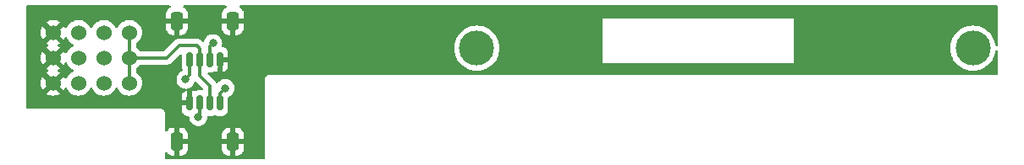
<source format=gbr>
%TF.GenerationSoftware,KiCad,Pcbnew,(6.0.8-1)-1*%
%TF.CreationDate,2023-12-09T20:57:06-06:00*%
%TF.ProjectId,RIO to STEMMA Dual,52494f20-746f-4205-9354-454d4d412044,rev?*%
%TF.SameCoordinates,Original*%
%TF.FileFunction,Copper,L1,Top*%
%TF.FilePolarity,Positive*%
%FSLAX46Y46*%
G04 Gerber Fmt 4.6, Leading zero omitted, Abs format (unit mm)*
G04 Created by KiCad (PCBNEW (6.0.8-1)-1) date 2023-12-09 20:57:06*
%MOMM*%
%LPD*%
G01*
G04 APERTURE LIST*
G04 Aperture macros list*
%AMRoundRect*
0 Rectangle with rounded corners*
0 $1 Rounding radius*
0 $2 $3 $4 $5 $6 $7 $8 $9 X,Y pos of 4 corners*
0 Add a 4 corners polygon primitive as box body*
4,1,4,$2,$3,$4,$5,$6,$7,$8,$9,$2,$3,0*
0 Add four circle primitives for the rounded corners*
1,1,$1+$1,$2,$3*
1,1,$1+$1,$4,$5*
1,1,$1+$1,$6,$7*
1,1,$1+$1,$8,$9*
0 Add four rect primitives between the rounded corners*
20,1,$1+$1,$2,$3,$4,$5,0*
20,1,$1+$1,$4,$5,$6,$7,0*
20,1,$1+$1,$6,$7,$8,$9,0*
20,1,$1+$1,$8,$9,$2,$3,0*%
G04 Aperture macros list end*
%TA.AperFunction,ComponentPad*%
%ADD10C,3.500000*%
%TD*%
%TA.AperFunction,SMDPad,CuDef*%
%ADD11RoundRect,0.150000X-0.150000X-0.625000X0.150000X-0.625000X0.150000X0.625000X-0.150000X0.625000X0*%
%TD*%
%TA.AperFunction,SMDPad,CuDef*%
%ADD12RoundRect,0.250000X-0.350000X-0.650000X0.350000X-0.650000X0.350000X0.650000X-0.350000X0.650000X0*%
%TD*%
%TA.AperFunction,SMDPad,CuDef*%
%ADD13RoundRect,0.150000X0.150000X0.625000X-0.150000X0.625000X-0.150000X-0.625000X0.150000X-0.625000X0*%
%TD*%
%TA.AperFunction,SMDPad,CuDef*%
%ADD14RoundRect,0.250000X0.350000X0.650000X-0.350000X0.650000X-0.350000X-0.650000X0.350000X-0.650000X0*%
%TD*%
%TA.AperFunction,ComponentPad*%
%ADD15C,1.524000*%
%TD*%
%TA.AperFunction,ViaPad*%
%ADD16C,0.800000*%
%TD*%
%TA.AperFunction,Conductor*%
%ADD17C,0.350000*%
%TD*%
G04 APERTURE END LIST*
D10*
%TO.P,H2,1*%
%TO.N,N/C*%
X165481500Y-55109990D03*
%TD*%
D11*
%TO.P,X2,1,GND*%
%TO.N,GND*%
X87146000Y-60636400D03*
%TO.P,X2,2,V+*%
%TO.N,+3V3*%
X88146000Y-60636400D03*
%TO.P,X2,3,SDA*%
%TO.N,/SDA*%
X89146000Y-60636400D03*
%TO.P,X2,4,SCL*%
%TO.N,/SCL*%
X90146000Y-60636400D03*
D12*
%TO.P,X2,MP,MP*%
%TO.N,GND*%
X91446000Y-64511400D03*
X85846000Y-64511400D03*
%TD*%
D13*
%TO.P,X3,1,GND*%
%TO.N,GND*%
X90146000Y-56254400D03*
%TO.P,X3,2,V+*%
%TO.N,+3V3*%
X89146000Y-56254400D03*
%TO.P,X3,3,SDA*%
%TO.N,/SDA*%
X88146000Y-56254400D03*
%TO.P,X3,4,SCL*%
%TO.N,/SCL*%
X87146000Y-56254400D03*
D14*
%TO.P,X3,MP,MP*%
%TO.N,GND*%
X91446000Y-52379400D03*
X85846000Y-52379400D03*
%TD*%
D10*
%TO.P,H1,1*%
%TO.N,N/C*%
X115851500Y-55109990D03*
%TD*%
D15*
%TO.P,X1,1,GND*%
%TO.N,GND*%
X73456800Y-56083200D03*
%TO.P,X1,2,3V3*%
%TO.N,+3V3*%
X75996800Y-56083200D03*
%TO.P,X1,3,SCL*%
%TO.N,/SCL*%
X78536800Y-56083200D03*
%TO.P,X1,4,SDA*%
%TO.N,/SDA*%
X81076800Y-56083200D03*
%TO.P,X1,5,GND*%
%TO.N,GND*%
X73456800Y-58623200D03*
%TO.P,X1,6,GND*%
X73456800Y-53543200D03*
%TO.P,X1,7,3V3*%
%TO.N,+3V3*%
X75996800Y-58623200D03*
%TO.P,X1,8,3V3*%
X75996800Y-53543200D03*
%TO.P,X1,9,SCL*%
%TO.N,/SCL*%
X78536800Y-58623200D03*
%TO.P,X1,10,SCL*%
X78536800Y-53543200D03*
%TO.P,X1,11,SDA*%
%TO.N,/SDA*%
X81076800Y-58623200D03*
%TO.P,X1,12,SDA*%
X81076800Y-53543200D03*
%TD*%
D16*
%TO.N,+3V3*%
X87985600Y-62026800D03*
X89458800Y-54610000D03*
%TO.N,/SCL*%
X90678000Y-59131200D03*
X86715600Y-58267600D03*
%TD*%
D17*
%TO.N,+3V3*%
X88146000Y-61866400D02*
X87985600Y-62026800D01*
X89146000Y-54922800D02*
X89458800Y-54610000D01*
X89146000Y-56254400D02*
X89146000Y-54922800D01*
X88146000Y-60636400D02*
X88146000Y-61866400D01*
%TO.N,/SCL*%
X90146000Y-60636400D02*
X90146000Y-59663200D01*
X87146000Y-56254400D02*
X87146000Y-57837200D01*
X87146000Y-57837200D02*
X86715600Y-58267600D01*
X90146000Y-59663200D02*
X90678000Y-59131200D01*
%TO.N,/SDA*%
X89154000Y-60628400D02*
X89146000Y-60636400D01*
X87833200Y-54864000D02*
X88146000Y-55176800D01*
X81076800Y-56083200D02*
X84836000Y-56083200D01*
X88146000Y-55176800D02*
X88146000Y-56254400D01*
X88146000Y-56254400D02*
X88146000Y-57920000D01*
X84836000Y-56083200D02*
X86055200Y-54864000D01*
X89154000Y-58928000D02*
X89154000Y-60628400D01*
X81076800Y-53543200D02*
X81076800Y-58623200D01*
X88146000Y-57920000D02*
X89154000Y-58928000D01*
X86055200Y-54864000D02*
X87833200Y-54864000D01*
%TD*%
%TA.AperFunction,Conductor*%
%TO.N,GND*%
G36*
X85165460Y-50830502D02*
G01*
X85211953Y-50884158D01*
X85222057Y-50954432D01*
X85192563Y-51019012D01*
X85163642Y-51043644D01*
X85028193Y-51127463D01*
X85016792Y-51136499D01*
X84902261Y-51251229D01*
X84893249Y-51262640D01*
X84808184Y-51400643D01*
X84802037Y-51413824D01*
X84750862Y-51568110D01*
X84747995Y-51581486D01*
X84738328Y-51675838D01*
X84738000Y-51682255D01*
X84738000Y-52107285D01*
X84742475Y-52122524D01*
X84743865Y-52123729D01*
X84751548Y-52125400D01*
X86935884Y-52125400D01*
X86951123Y-52120925D01*
X86952328Y-52119535D01*
X86953999Y-52111852D01*
X86953999Y-51682305D01*
X86953662Y-51675786D01*
X86943743Y-51580194D01*
X86940851Y-51566800D01*
X86889412Y-51412616D01*
X86883239Y-51399438D01*
X86797937Y-51261593D01*
X86788901Y-51250192D01*
X86674171Y-51135661D01*
X86662760Y-51126649D01*
X86528288Y-51043760D01*
X86480795Y-50990988D01*
X86469371Y-50920917D01*
X86497645Y-50855793D01*
X86556639Y-50816293D01*
X86594404Y-50810500D01*
X90697339Y-50810500D01*
X90765460Y-50830502D01*
X90811953Y-50884158D01*
X90822057Y-50954432D01*
X90792563Y-51019012D01*
X90763642Y-51043644D01*
X90628193Y-51127463D01*
X90616792Y-51136499D01*
X90502261Y-51251229D01*
X90493249Y-51262640D01*
X90408184Y-51400643D01*
X90402037Y-51413824D01*
X90350862Y-51568110D01*
X90347995Y-51581486D01*
X90338328Y-51675838D01*
X90338000Y-51682255D01*
X90338000Y-52107285D01*
X90342475Y-52122524D01*
X90343865Y-52123729D01*
X90351548Y-52125400D01*
X92535884Y-52125400D01*
X92551123Y-52120925D01*
X92552328Y-52119535D01*
X92553999Y-52111852D01*
X92553999Y-51682305D01*
X92553662Y-51675786D01*
X92543743Y-51580194D01*
X92540851Y-51566800D01*
X92489412Y-51412616D01*
X92483239Y-51399438D01*
X92397937Y-51261593D01*
X92388901Y-51250192D01*
X92274171Y-51135661D01*
X92262760Y-51126649D01*
X92128288Y-51043760D01*
X92080795Y-50990988D01*
X92069371Y-50920917D01*
X92097645Y-50855793D01*
X92156639Y-50816293D01*
X92194404Y-50810500D01*
X167847000Y-50810500D01*
X167915121Y-50830502D01*
X167961614Y-50884158D01*
X167973000Y-50936500D01*
X167973000Y-54779616D01*
X167952998Y-54847737D01*
X167899342Y-54894230D01*
X167829068Y-54904334D01*
X167764488Y-54874840D01*
X167726104Y-54815114D01*
X167723421Y-54804198D01*
X167722423Y-54799178D01*
X167692752Y-54650014D01*
X167668530Y-54528243D01*
X167668528Y-54528237D01*
X167667724Y-54524193D01*
X167624717Y-54397496D01*
X167573885Y-54247751D01*
X167573884Y-54247750D01*
X167572559Y-54243845D01*
X167441615Y-53978317D01*
X167394369Y-53907608D01*
X167279426Y-53735583D01*
X167279422Y-53735578D01*
X167277133Y-53732152D01*
X167274419Y-53729058D01*
X167274415Y-53729052D01*
X167084636Y-53512652D01*
X167081927Y-53509563D01*
X167050512Y-53482013D01*
X166862438Y-53317075D01*
X166862432Y-53317071D01*
X166859338Y-53314357D01*
X166855912Y-53312068D01*
X166855907Y-53312064D01*
X166616606Y-53152169D01*
X166613173Y-53149875D01*
X166609474Y-53148051D01*
X166609469Y-53148048D01*
X166446695Y-53067777D01*
X166347645Y-53018931D01*
X166337753Y-53015573D01*
X166071210Y-52925094D01*
X166071206Y-52925093D01*
X166067297Y-52923766D01*
X166063253Y-52922962D01*
X166063247Y-52922960D01*
X165780965Y-52866810D01*
X165780959Y-52866809D01*
X165776926Y-52866007D01*
X165772821Y-52865738D01*
X165772814Y-52865737D01*
X165485619Y-52846914D01*
X165481500Y-52846644D01*
X165477381Y-52846914D01*
X165190186Y-52865737D01*
X165190179Y-52865738D01*
X165186074Y-52866007D01*
X165182041Y-52866809D01*
X165182035Y-52866810D01*
X164899753Y-52922960D01*
X164899747Y-52922962D01*
X164895703Y-52923766D01*
X164891794Y-52925093D01*
X164891790Y-52925094D01*
X164625247Y-53015573D01*
X164615355Y-53018931D01*
X164516305Y-53067777D01*
X164353531Y-53148048D01*
X164353526Y-53148051D01*
X164349827Y-53149875D01*
X164346394Y-53152169D01*
X164107093Y-53312064D01*
X164107088Y-53312068D01*
X164103662Y-53314357D01*
X164100568Y-53317071D01*
X164100562Y-53317075D01*
X163912488Y-53482013D01*
X163881073Y-53509563D01*
X163878364Y-53512652D01*
X163688585Y-53729052D01*
X163688581Y-53729058D01*
X163685867Y-53732152D01*
X163683578Y-53735578D01*
X163683574Y-53735583D01*
X163568631Y-53907608D01*
X163521385Y-53978317D01*
X163390441Y-54243845D01*
X163389116Y-54247750D01*
X163389115Y-54247751D01*
X163338284Y-54397496D01*
X163295276Y-54524193D01*
X163294472Y-54528237D01*
X163294470Y-54528243D01*
X163241734Y-54793365D01*
X163237517Y-54814564D01*
X163237248Y-54818669D01*
X163237247Y-54818676D01*
X163219508Y-55089330D01*
X163218154Y-55109990D01*
X163218424Y-55114109D01*
X163237049Y-55398274D01*
X163237517Y-55405416D01*
X163238319Y-55409449D01*
X163238320Y-55409455D01*
X163294470Y-55691737D01*
X163295276Y-55695787D01*
X163296603Y-55699696D01*
X163296604Y-55699700D01*
X163351608Y-55861737D01*
X163390441Y-55976135D01*
X163442681Y-56082068D01*
X163464544Y-56126400D01*
X163521385Y-56241663D01*
X163523679Y-56245096D01*
X163661921Y-56451990D01*
X163685867Y-56487828D01*
X163688581Y-56490922D01*
X163688585Y-56490928D01*
X163816142Y-56636378D01*
X163881073Y-56710417D01*
X163884162Y-56713126D01*
X164100562Y-56902905D01*
X164100568Y-56902909D01*
X164103662Y-56905623D01*
X164107088Y-56907912D01*
X164107093Y-56907916D01*
X164228946Y-56989335D01*
X164349827Y-57070105D01*
X164353526Y-57071929D01*
X164353531Y-57071932D01*
X164471694Y-57130203D01*
X164615355Y-57201049D01*
X164619260Y-57202374D01*
X164619261Y-57202375D01*
X164891790Y-57294886D01*
X164891794Y-57294887D01*
X164895703Y-57296214D01*
X164899747Y-57297018D01*
X164899753Y-57297020D01*
X165182035Y-57353170D01*
X165182041Y-57353171D01*
X165186074Y-57353973D01*
X165190179Y-57354242D01*
X165190186Y-57354243D01*
X165477381Y-57373066D01*
X165481500Y-57373336D01*
X165485619Y-57373066D01*
X165772814Y-57354243D01*
X165772821Y-57354242D01*
X165776926Y-57353973D01*
X165780959Y-57353171D01*
X165780965Y-57353170D01*
X166063247Y-57297020D01*
X166063253Y-57297018D01*
X166067297Y-57296214D01*
X166071206Y-57294887D01*
X166071210Y-57294886D01*
X166343739Y-57202375D01*
X166343740Y-57202374D01*
X166347645Y-57201049D01*
X166491306Y-57130203D01*
X166609469Y-57071932D01*
X166609474Y-57071929D01*
X166613173Y-57070105D01*
X166734054Y-56989335D01*
X166855907Y-56907916D01*
X166855912Y-56907912D01*
X166859338Y-56905623D01*
X166862432Y-56902909D01*
X166862438Y-56902905D01*
X167078838Y-56713126D01*
X167081927Y-56710417D01*
X167146858Y-56636378D01*
X167274415Y-56490928D01*
X167274419Y-56490922D01*
X167277133Y-56487828D01*
X167301080Y-56451990D01*
X167439321Y-56245096D01*
X167441615Y-56241663D01*
X167498457Y-56126400D01*
X167520319Y-56082068D01*
X167572559Y-55976135D01*
X167611392Y-55861737D01*
X167666396Y-55699700D01*
X167666397Y-55699696D01*
X167667724Y-55695787D01*
X167676338Y-55652485D01*
X167723421Y-55415782D01*
X167756329Y-55352873D01*
X167818024Y-55317741D01*
X167888919Y-55321541D01*
X167946505Y-55363067D01*
X167972499Y-55429134D01*
X167973000Y-55440364D01*
X167973000Y-57667500D01*
X167952998Y-57735621D01*
X167899342Y-57782114D01*
X167847000Y-57793500D01*
X95157023Y-57793500D01*
X95156253Y-57793498D01*
X95155437Y-57793493D01*
X95078679Y-57793024D01*
X95056318Y-57799415D01*
X95050247Y-57801150D01*
X95033485Y-57804728D01*
X95004213Y-57808920D01*
X94996045Y-57812634D01*
X94996044Y-57812634D01*
X94980838Y-57819548D01*
X94963314Y-57825996D01*
X94938629Y-57833051D01*
X94931035Y-57837843D01*
X94931032Y-57837844D01*
X94913620Y-57848830D01*
X94898537Y-57856969D01*
X94871618Y-57869208D01*
X94864816Y-57875069D01*
X94852165Y-57885970D01*
X94837161Y-57897073D01*
X94815442Y-57910776D01*
X94809503Y-57917501D01*
X94809499Y-57917504D01*
X94795868Y-57932938D01*
X94783676Y-57944982D01*
X94768073Y-57958427D01*
X94768071Y-57958430D01*
X94761273Y-57964287D01*
X94756393Y-57971816D01*
X94756392Y-57971817D01*
X94747306Y-57985835D01*
X94736015Y-58000709D01*
X94724969Y-58013217D01*
X94719022Y-58019951D01*
X94706458Y-58046711D01*
X94698137Y-58061691D01*
X94686929Y-58078983D01*
X94686927Y-58078988D01*
X94682048Y-58086515D01*
X94679478Y-58095108D01*
X94679476Y-58095113D01*
X94674689Y-58111120D01*
X94668028Y-58128564D01*
X94657119Y-58151800D01*
X94655738Y-58160667D01*
X94655738Y-58160668D01*
X94652570Y-58181015D01*
X94648787Y-58197732D01*
X94642885Y-58217466D01*
X94642884Y-58217472D01*
X94640314Y-58226066D01*
X94640259Y-58235037D01*
X94640259Y-58235038D01*
X94640104Y-58260497D01*
X94640071Y-58261289D01*
X94639900Y-58262386D01*
X94639900Y-58293377D01*
X94639898Y-58294147D01*
X94639424Y-58371721D01*
X94639808Y-58373065D01*
X94639900Y-58374410D01*
X94639900Y-66167500D01*
X94619898Y-66235621D01*
X94566242Y-66282114D01*
X94513900Y-66293500D01*
X84759300Y-66293500D01*
X84691179Y-66273498D01*
X84644686Y-66219842D01*
X84633300Y-66167500D01*
X84633300Y-65650879D01*
X84653302Y-65582758D01*
X84706958Y-65536265D01*
X84777232Y-65526161D01*
X84841812Y-65555655D01*
X84866444Y-65584575D01*
X84894066Y-65629210D01*
X84903099Y-65640608D01*
X85017829Y-65755139D01*
X85029240Y-65764151D01*
X85167243Y-65849216D01*
X85180424Y-65855363D01*
X85334710Y-65906538D01*
X85348086Y-65909405D01*
X85442438Y-65919072D01*
X85448854Y-65919400D01*
X85573885Y-65919400D01*
X85589124Y-65914925D01*
X85590329Y-65913535D01*
X85592000Y-65905852D01*
X85592000Y-65901284D01*
X86100000Y-65901284D01*
X86104475Y-65916523D01*
X86105865Y-65917728D01*
X86113548Y-65919399D01*
X86243095Y-65919399D01*
X86249614Y-65919062D01*
X86345206Y-65909143D01*
X86358600Y-65906251D01*
X86512784Y-65854812D01*
X86525962Y-65848639D01*
X86663807Y-65763337D01*
X86675208Y-65754301D01*
X86789739Y-65639571D01*
X86798751Y-65628160D01*
X86883816Y-65490157D01*
X86889963Y-65476976D01*
X86941138Y-65322690D01*
X86944005Y-65309314D01*
X86953672Y-65214962D01*
X86954000Y-65208546D01*
X86954000Y-65208495D01*
X90338001Y-65208495D01*
X90338338Y-65215014D01*
X90348257Y-65310606D01*
X90351149Y-65324000D01*
X90402588Y-65478184D01*
X90408761Y-65491362D01*
X90494063Y-65629207D01*
X90503099Y-65640608D01*
X90617829Y-65755139D01*
X90629240Y-65764151D01*
X90767243Y-65849216D01*
X90780424Y-65855363D01*
X90934710Y-65906538D01*
X90948086Y-65909405D01*
X91042438Y-65919072D01*
X91048854Y-65919400D01*
X91173885Y-65919400D01*
X91189124Y-65914925D01*
X91190329Y-65913535D01*
X91192000Y-65905852D01*
X91192000Y-65901284D01*
X91700000Y-65901284D01*
X91704475Y-65916523D01*
X91705865Y-65917728D01*
X91713548Y-65919399D01*
X91843095Y-65919399D01*
X91849614Y-65919062D01*
X91945206Y-65909143D01*
X91958600Y-65906251D01*
X92112784Y-65854812D01*
X92125962Y-65848639D01*
X92263807Y-65763337D01*
X92275208Y-65754301D01*
X92389739Y-65639571D01*
X92398751Y-65628160D01*
X92483816Y-65490157D01*
X92489963Y-65476976D01*
X92541138Y-65322690D01*
X92544005Y-65309314D01*
X92553672Y-65214962D01*
X92554000Y-65208546D01*
X92554000Y-64783515D01*
X92549525Y-64768276D01*
X92548135Y-64767071D01*
X92540452Y-64765400D01*
X91718115Y-64765400D01*
X91702876Y-64769875D01*
X91701671Y-64771265D01*
X91700000Y-64778948D01*
X91700000Y-65901284D01*
X91192000Y-65901284D01*
X91192000Y-64783515D01*
X91187525Y-64768276D01*
X91186135Y-64767071D01*
X91178452Y-64765400D01*
X90356116Y-64765400D01*
X90340877Y-64769875D01*
X90339672Y-64771265D01*
X90338001Y-64778948D01*
X90338001Y-65208495D01*
X86954000Y-65208495D01*
X86954000Y-64783515D01*
X86949525Y-64768276D01*
X86948135Y-64767071D01*
X86940452Y-64765400D01*
X86118115Y-64765400D01*
X86102876Y-64769875D01*
X86101671Y-64771265D01*
X86100000Y-64778948D01*
X86100000Y-65901284D01*
X85592000Y-65901284D01*
X85592000Y-64239285D01*
X86100000Y-64239285D01*
X86104475Y-64254524D01*
X86105865Y-64255729D01*
X86113548Y-64257400D01*
X86935884Y-64257400D01*
X86951123Y-64252925D01*
X86952328Y-64251535D01*
X86953999Y-64243852D01*
X86953999Y-64239285D01*
X90338000Y-64239285D01*
X90342475Y-64254524D01*
X90343865Y-64255729D01*
X90351548Y-64257400D01*
X91173885Y-64257400D01*
X91189124Y-64252925D01*
X91190329Y-64251535D01*
X91192000Y-64243852D01*
X91192000Y-64239285D01*
X91700000Y-64239285D01*
X91704475Y-64254524D01*
X91705865Y-64255729D01*
X91713548Y-64257400D01*
X92535884Y-64257400D01*
X92551123Y-64252925D01*
X92552328Y-64251535D01*
X92553999Y-64243852D01*
X92553999Y-63814305D01*
X92553662Y-63807786D01*
X92543743Y-63712194D01*
X92540851Y-63698800D01*
X92489412Y-63544616D01*
X92483239Y-63531438D01*
X92397937Y-63393593D01*
X92388901Y-63382192D01*
X92274171Y-63267661D01*
X92262760Y-63258649D01*
X92124757Y-63173584D01*
X92111576Y-63167437D01*
X91957290Y-63116262D01*
X91943914Y-63113395D01*
X91849562Y-63103728D01*
X91843145Y-63103400D01*
X91718115Y-63103400D01*
X91702876Y-63107875D01*
X91701671Y-63109265D01*
X91700000Y-63116948D01*
X91700000Y-64239285D01*
X91192000Y-64239285D01*
X91192000Y-63121516D01*
X91187525Y-63106277D01*
X91186135Y-63105072D01*
X91178452Y-63103401D01*
X91048905Y-63103401D01*
X91042386Y-63103738D01*
X90946794Y-63113657D01*
X90933400Y-63116549D01*
X90779216Y-63167988D01*
X90766038Y-63174161D01*
X90628193Y-63259463D01*
X90616792Y-63268499D01*
X90502261Y-63383229D01*
X90493249Y-63394640D01*
X90408184Y-63532643D01*
X90402037Y-63545824D01*
X90350862Y-63700110D01*
X90347995Y-63713486D01*
X90338328Y-63807838D01*
X90338000Y-63814255D01*
X90338000Y-64239285D01*
X86953999Y-64239285D01*
X86953999Y-63814305D01*
X86953662Y-63807786D01*
X86943743Y-63712194D01*
X86940851Y-63698800D01*
X86889412Y-63544616D01*
X86883239Y-63531438D01*
X86797937Y-63393593D01*
X86788901Y-63382192D01*
X86674171Y-63267661D01*
X86662760Y-63258649D01*
X86524757Y-63173584D01*
X86511576Y-63167437D01*
X86357290Y-63116262D01*
X86343914Y-63113395D01*
X86249562Y-63103728D01*
X86243145Y-63103400D01*
X86118115Y-63103400D01*
X86102876Y-63107875D01*
X86101671Y-63109265D01*
X86100000Y-63116948D01*
X86100000Y-64239285D01*
X85592000Y-64239285D01*
X85592000Y-63121516D01*
X85587525Y-63106277D01*
X85586135Y-63105072D01*
X85578452Y-63103401D01*
X85448905Y-63103401D01*
X85442386Y-63103738D01*
X85346794Y-63113657D01*
X85333400Y-63116549D01*
X85179216Y-63167988D01*
X85166038Y-63174161D01*
X85028193Y-63259463D01*
X85016792Y-63268499D01*
X84902261Y-63383229D01*
X84893249Y-63394640D01*
X84866560Y-63437938D01*
X84813788Y-63485431D01*
X84743716Y-63496855D01*
X84678593Y-63468581D01*
X84639093Y-63409587D01*
X84633300Y-63371822D01*
X84633300Y-61705223D01*
X84633302Y-61704453D01*
X84633721Y-61635854D01*
X84633776Y-61626879D01*
X84625650Y-61598447D01*
X84622072Y-61581685D01*
X84619152Y-61561298D01*
X84617880Y-61552413D01*
X84607251Y-61529036D01*
X84600804Y-61511513D01*
X84596216Y-61495462D01*
X84593749Y-61486829D01*
X84588956Y-61479232D01*
X84577970Y-61461820D01*
X84569830Y-61446735D01*
X84557592Y-61419818D01*
X84540830Y-61400365D01*
X84529727Y-61385361D01*
X84516024Y-61363642D01*
X84509299Y-61357703D01*
X84509296Y-61357699D01*
X84493862Y-61344068D01*
X84481818Y-61331876D01*
X84468373Y-61316273D01*
X84468370Y-61316271D01*
X84462513Y-61309473D01*
X84440965Y-61295506D01*
X84426091Y-61284215D01*
X84413583Y-61273169D01*
X84413582Y-61273168D01*
X84406849Y-61267222D01*
X84380087Y-61254657D01*
X84365109Y-61246337D01*
X84347817Y-61235129D01*
X84347812Y-61235127D01*
X84340285Y-61230248D01*
X84331692Y-61227678D01*
X84331687Y-61227676D01*
X84315680Y-61222889D01*
X84298236Y-61216228D01*
X84283124Y-61209133D01*
X84283122Y-61209132D01*
X84275000Y-61205319D01*
X84266133Y-61203938D01*
X84266132Y-61203938D01*
X84256490Y-61202437D01*
X84245783Y-61200770D01*
X84229068Y-61196987D01*
X84209334Y-61191085D01*
X84209328Y-61191084D01*
X84200734Y-61188514D01*
X84191763Y-61188459D01*
X84191762Y-61188459D01*
X84181703Y-61188398D01*
X84166294Y-61188304D01*
X84165511Y-61188271D01*
X84164414Y-61188100D01*
X84133423Y-61188100D01*
X84132653Y-61188098D01*
X84059015Y-61187648D01*
X84059014Y-61187648D01*
X84055079Y-61187624D01*
X84053735Y-61188008D01*
X84052390Y-61188100D01*
X70887700Y-61188100D01*
X70819579Y-61168098D01*
X70773086Y-61114442D01*
X70761700Y-61062100D01*
X70761700Y-59681977D01*
X72762577Y-59681977D01*
X72771874Y-59693993D01*
X72814869Y-59724098D01*
X72824355Y-59729576D01*
X73015793Y-59818845D01*
X73026085Y-59822591D01*
X73230109Y-59877259D01*
X73240904Y-59879162D01*
X73451325Y-59897572D01*
X73462275Y-59897572D01*
X73672696Y-59879162D01*
X73683491Y-59877259D01*
X73887515Y-59822591D01*
X73897807Y-59818845D01*
X74089245Y-59729576D01*
X74098731Y-59724098D01*
X74142564Y-59693407D01*
X74150939Y-59682929D01*
X74143871Y-59669481D01*
X73469612Y-58995222D01*
X73455668Y-58987608D01*
X73453835Y-58987739D01*
X73447220Y-58991990D01*
X72769007Y-59670203D01*
X72762577Y-59681977D01*
X70761700Y-59681977D01*
X70761700Y-58628675D01*
X72182428Y-58628675D01*
X72200838Y-58839096D01*
X72202741Y-58849891D01*
X72257409Y-59053915D01*
X72261155Y-59064207D01*
X72350423Y-59255641D01*
X72355903Y-59265132D01*
X72386594Y-59308965D01*
X72397071Y-59317340D01*
X72410518Y-59310272D01*
X73084778Y-58636012D01*
X73091156Y-58624332D01*
X73821208Y-58624332D01*
X73821339Y-58626165D01*
X73825590Y-58632780D01*
X74503803Y-59310993D01*
X74515577Y-59317423D01*
X74527593Y-59308126D01*
X74557697Y-59265132D01*
X74563177Y-59255641D01*
X74612329Y-59150235D01*
X74659247Y-59096950D01*
X74727524Y-59077489D01*
X74795484Y-59098031D01*
X74840719Y-59150235D01*
X74889986Y-59255889D01*
X74889989Y-59255894D01*
X74892312Y-59260876D01*
X74895468Y-59265383D01*
X74895469Y-59265385D01*
X74994132Y-59406290D01*
X75019823Y-59442981D01*
X75177019Y-59600177D01*
X75181527Y-59603334D01*
X75181530Y-59603336D01*
X75257295Y-59656387D01*
X75359123Y-59727688D01*
X75364105Y-59730011D01*
X75364110Y-59730014D01*
X75554610Y-59818845D01*
X75560604Y-59821640D01*
X75565912Y-59823062D01*
X75565914Y-59823063D01*
X75631749Y-59840703D01*
X75775337Y-59879178D01*
X75996800Y-59898553D01*
X76218263Y-59879178D01*
X76361851Y-59840703D01*
X76427686Y-59823063D01*
X76427688Y-59823062D01*
X76432996Y-59821640D01*
X76438990Y-59818845D01*
X76629490Y-59730014D01*
X76629495Y-59730011D01*
X76634477Y-59727688D01*
X76736305Y-59656387D01*
X76812070Y-59603336D01*
X76812073Y-59603334D01*
X76816581Y-59600177D01*
X76973777Y-59442981D01*
X76999469Y-59406290D01*
X77098131Y-59265385D01*
X77098132Y-59265383D01*
X77101288Y-59260876D01*
X77103611Y-59255894D01*
X77103614Y-59255889D01*
X77152605Y-59150827D01*
X77199523Y-59097542D01*
X77267800Y-59078081D01*
X77335760Y-59098623D01*
X77380995Y-59150827D01*
X77429986Y-59255889D01*
X77429989Y-59255894D01*
X77432312Y-59260876D01*
X77435468Y-59265383D01*
X77435469Y-59265385D01*
X77534132Y-59406290D01*
X77559823Y-59442981D01*
X77717019Y-59600177D01*
X77721527Y-59603334D01*
X77721530Y-59603336D01*
X77797295Y-59656387D01*
X77899123Y-59727688D01*
X77904105Y-59730011D01*
X77904110Y-59730014D01*
X78094610Y-59818845D01*
X78100604Y-59821640D01*
X78105912Y-59823062D01*
X78105914Y-59823063D01*
X78171749Y-59840703D01*
X78315337Y-59879178D01*
X78536800Y-59898553D01*
X78758263Y-59879178D01*
X78901851Y-59840703D01*
X78967686Y-59823063D01*
X78967688Y-59823062D01*
X78972996Y-59821640D01*
X78978990Y-59818845D01*
X79169490Y-59730014D01*
X79169495Y-59730011D01*
X79174477Y-59727688D01*
X79276305Y-59656387D01*
X79352070Y-59603336D01*
X79352073Y-59603334D01*
X79356581Y-59600177D01*
X79513777Y-59442981D01*
X79539469Y-59406290D01*
X79638131Y-59265385D01*
X79638132Y-59265383D01*
X79641288Y-59260876D01*
X79643611Y-59255894D01*
X79643614Y-59255889D01*
X79692605Y-59150827D01*
X79739523Y-59097542D01*
X79807800Y-59078081D01*
X79875760Y-59098623D01*
X79920995Y-59150827D01*
X79969986Y-59255889D01*
X79969989Y-59255894D01*
X79972312Y-59260876D01*
X79975468Y-59265383D01*
X79975469Y-59265385D01*
X80074132Y-59406290D01*
X80099823Y-59442981D01*
X80257019Y-59600177D01*
X80261527Y-59603334D01*
X80261530Y-59603336D01*
X80337295Y-59656387D01*
X80439123Y-59727688D01*
X80444105Y-59730011D01*
X80444110Y-59730014D01*
X80634610Y-59818845D01*
X80640604Y-59821640D01*
X80645912Y-59823062D01*
X80645914Y-59823063D01*
X80711749Y-59840703D01*
X80855337Y-59879178D01*
X81076800Y-59898553D01*
X81298263Y-59879178D01*
X81441851Y-59840703D01*
X81507686Y-59823063D01*
X81507688Y-59823062D01*
X81512996Y-59821640D01*
X81518990Y-59818845D01*
X81709490Y-59730014D01*
X81709495Y-59730011D01*
X81714477Y-59727688D01*
X81816305Y-59656387D01*
X81892070Y-59603336D01*
X81892073Y-59603334D01*
X81896581Y-59600177D01*
X82053777Y-59442981D01*
X82079469Y-59406290D01*
X82178131Y-59265385D01*
X82178132Y-59265383D01*
X82181288Y-59260876D01*
X82183611Y-59255894D01*
X82183614Y-59255889D01*
X82272917Y-59064378D01*
X82272918Y-59064377D01*
X82275240Y-59059396D01*
X82332778Y-58844663D01*
X82352153Y-58623200D01*
X82332778Y-58401737D01*
X82288111Y-58235038D01*
X82276663Y-58192314D01*
X82276662Y-58192312D01*
X82275240Y-58187004D01*
X82247989Y-58128564D01*
X82183614Y-57990511D01*
X82183611Y-57990506D01*
X82181288Y-57985524D01*
X82178131Y-57981015D01*
X82056936Y-57807930D01*
X82056934Y-57807927D01*
X82053777Y-57803419D01*
X81896581Y-57646223D01*
X81892073Y-57643066D01*
X81892070Y-57643064D01*
X81814029Y-57588419D01*
X81769701Y-57532962D01*
X81760300Y-57485206D01*
X81760300Y-57221194D01*
X81780302Y-57153073D01*
X81814029Y-57117981D01*
X81892070Y-57063336D01*
X81892073Y-57063334D01*
X81896581Y-57060177D01*
X82053777Y-56902981D01*
X82111581Y-56820429D01*
X82167038Y-56776101D01*
X82214794Y-56766700D01*
X84807955Y-56766700D01*
X84816524Y-56766992D01*
X84864458Y-56770260D01*
X84864462Y-56770260D01*
X84872034Y-56770776D01*
X84879511Y-56769471D01*
X84879514Y-56769471D01*
X84932647Y-56760198D01*
X84939171Y-56759235D01*
X84992691Y-56752758D01*
X85000235Y-56751845D01*
X85007345Y-56749158D01*
X85012248Y-56747954D01*
X85022734Y-56745086D01*
X85027526Y-56743639D01*
X85035004Y-56742334D01*
X85041957Y-56739282D01*
X85091341Y-56717605D01*
X85097446Y-56715114D01*
X85147882Y-56696055D01*
X85147885Y-56696053D01*
X85154989Y-56693369D01*
X85161246Y-56689069D01*
X85165714Y-56686733D01*
X85175160Y-56681475D01*
X85179526Y-56678893D01*
X85186485Y-56675838D01*
X85235304Y-56638377D01*
X85240623Y-56634514D01*
X85285065Y-56603969D01*
X85291326Y-56599666D01*
X85331233Y-56554876D01*
X85336213Y-56549602D01*
X86122405Y-55763410D01*
X86184717Y-55729384D01*
X86255532Y-55734449D01*
X86312368Y-55776996D01*
X86337179Y-55843516D01*
X86337500Y-55852505D01*
X86337500Y-56945902D01*
X86337693Y-56948350D01*
X86337693Y-56948358D01*
X86339927Y-56976733D01*
X86340438Y-56983231D01*
X86365011Y-57067811D01*
X86384643Y-57135388D01*
X86384644Y-57135390D01*
X86386855Y-57143001D01*
X86444302Y-57240137D01*
X86461761Y-57308952D01*
X86439245Y-57376283D01*
X86387097Y-57419382D01*
X86264878Y-57473797D01*
X86264876Y-57473798D01*
X86258848Y-57476482D01*
X86104347Y-57588734D01*
X85976560Y-57730656D01*
X85881073Y-57896044D01*
X85822058Y-58077672D01*
X85821368Y-58084233D01*
X85821368Y-58084235D01*
X85810567Y-58187004D01*
X85802096Y-58267600D01*
X85802786Y-58274165D01*
X85819456Y-58432768D01*
X85822058Y-58457528D01*
X85881073Y-58639156D01*
X85976560Y-58804544D01*
X85980978Y-58809451D01*
X85980979Y-58809452D01*
X86099670Y-58941272D01*
X86104347Y-58946466D01*
X86160974Y-58987608D01*
X86252473Y-59054086D01*
X86258848Y-59058718D01*
X86264876Y-59061402D01*
X86264878Y-59061403D01*
X86421646Y-59131200D01*
X86433312Y-59136394D01*
X86501214Y-59150827D01*
X86613656Y-59174728D01*
X86613661Y-59174728D01*
X86620113Y-59176100D01*
X86655211Y-59176100D01*
X86723332Y-59196102D01*
X86769825Y-59249758D01*
X86779929Y-59320032D01*
X86750435Y-59384612D01*
X86719350Y-59410554D01*
X86596322Y-59483311D01*
X86583896Y-59492951D01*
X86477551Y-59599296D01*
X86467911Y-59611722D01*
X86391352Y-59741179D01*
X86385107Y-59755610D01*
X86342731Y-59901465D01*
X86340430Y-59914067D01*
X86338193Y-59942484D01*
X86338000Y-59947414D01*
X86338000Y-60364285D01*
X86342475Y-60379524D01*
X86343865Y-60380729D01*
X86351548Y-60382400D01*
X86873885Y-60382400D01*
X86889124Y-60377925D01*
X86890329Y-60376535D01*
X86892000Y-60368852D01*
X86892000Y-59374522D01*
X86885083Y-59350964D01*
X86855694Y-59305235D01*
X86855694Y-59234238D01*
X86894077Y-59174512D01*
X86950393Y-59146489D01*
X86967582Y-59142836D01*
X86991430Y-59137767D01*
X86991433Y-59137766D01*
X86997888Y-59136394D01*
X87009554Y-59131200D01*
X87166322Y-59061403D01*
X87166324Y-59061402D01*
X87172352Y-59058718D01*
X87178728Y-59054086D01*
X87270226Y-58987608D01*
X87326853Y-58946466D01*
X87331530Y-58941272D01*
X87450221Y-58809452D01*
X87450222Y-58809451D01*
X87454640Y-58804544D01*
X87550127Y-58639156D01*
X87572034Y-58571735D01*
X87612106Y-58513130D01*
X87677503Y-58485493D01*
X87747460Y-58497600D01*
X87780961Y-58521576D01*
X88397190Y-59137804D01*
X88431215Y-59200117D01*
X88426151Y-59270932D01*
X88383604Y-59327768D01*
X88317084Y-59352579D01*
X88308095Y-59352900D01*
X87929498Y-59352900D01*
X87927050Y-59353093D01*
X87927042Y-59353093D01*
X87898579Y-59355333D01*
X87898574Y-59355334D01*
X87892169Y-59355838D01*
X87793127Y-59384612D01*
X87740012Y-59400043D01*
X87740010Y-59400044D01*
X87732399Y-59402255D01*
X87709649Y-59415710D01*
X87640835Y-59433170D01*
X87581370Y-59415711D01*
X87566221Y-59406752D01*
X87551790Y-59400507D01*
X87417395Y-59361461D01*
X87403294Y-59361501D01*
X87400000Y-59368770D01*
X87400000Y-59693830D01*
X87389885Y-59742675D01*
X87386855Y-59747799D01*
X87384645Y-59755407D01*
X87384643Y-59755411D01*
X87370192Y-59805155D01*
X87340438Y-59907569D01*
X87339934Y-59913974D01*
X87339933Y-59913979D01*
X87337693Y-59942442D01*
X87337500Y-59944898D01*
X87337500Y-60764400D01*
X87317498Y-60832521D01*
X87263842Y-60879014D01*
X87211500Y-60890400D01*
X86356116Y-60890400D01*
X86340877Y-60894875D01*
X86339672Y-60896265D01*
X86338001Y-60903948D01*
X86338001Y-61325384D01*
X86338195Y-61330320D01*
X86340430Y-61358736D01*
X86342730Y-61371331D01*
X86385107Y-61517190D01*
X86391352Y-61531621D01*
X86467911Y-61661078D01*
X86477551Y-61673504D01*
X86583896Y-61779849D01*
X86596322Y-61789489D01*
X86725779Y-61866048D01*
X86740210Y-61872293D01*
X86886065Y-61914669D01*
X86898667Y-61916970D01*
X86927084Y-61919207D01*
X86932014Y-61919400D01*
X86947357Y-61919400D01*
X87015478Y-61939402D01*
X87061971Y-61993058D01*
X87072667Y-62032228D01*
X87092058Y-62216728D01*
X87151073Y-62398356D01*
X87246560Y-62563744D01*
X87374347Y-62705666D01*
X87528848Y-62817918D01*
X87534876Y-62820602D01*
X87534878Y-62820603D01*
X87697281Y-62892909D01*
X87703312Y-62895594D01*
X87796713Y-62915447D01*
X87883656Y-62933928D01*
X87883661Y-62933928D01*
X87890113Y-62935300D01*
X88081087Y-62935300D01*
X88087539Y-62933928D01*
X88087544Y-62933928D01*
X88174487Y-62915447D01*
X88267888Y-62895594D01*
X88273919Y-62892909D01*
X88436322Y-62820603D01*
X88436324Y-62820602D01*
X88442352Y-62817918D01*
X88596853Y-62705666D01*
X88724640Y-62563744D01*
X88820127Y-62398356D01*
X88879142Y-62216728D01*
X88898481Y-62032729D01*
X88925494Y-61967073D01*
X88983716Y-61926443D01*
X89023791Y-61919900D01*
X89362502Y-61919900D01*
X89364950Y-61919707D01*
X89364958Y-61919707D01*
X89393421Y-61917467D01*
X89393426Y-61917466D01*
X89399831Y-61916962D01*
X89499769Y-61887928D01*
X89551988Y-61872757D01*
X89551990Y-61872756D01*
X89559601Y-61870545D01*
X89566426Y-61866509D01*
X89581863Y-61857380D01*
X89650679Y-61839922D01*
X89710137Y-61857380D01*
X89725574Y-61866509D01*
X89732399Y-61870545D01*
X89740010Y-61872756D01*
X89740012Y-61872757D01*
X89792231Y-61887928D01*
X89892169Y-61916962D01*
X89898574Y-61917466D01*
X89898579Y-61917467D01*
X89927042Y-61919707D01*
X89927050Y-61919707D01*
X89929498Y-61919900D01*
X90362502Y-61919900D01*
X90364950Y-61919707D01*
X90364958Y-61919707D01*
X90393421Y-61917467D01*
X90393426Y-61917466D01*
X90399831Y-61916962D01*
X90499769Y-61887928D01*
X90551988Y-61872757D01*
X90551990Y-61872756D01*
X90559601Y-61870545D01*
X90616539Y-61836872D01*
X90695980Y-61789891D01*
X90695983Y-61789889D01*
X90702807Y-61785853D01*
X90820453Y-61668207D01*
X90824489Y-61661383D01*
X90824491Y-61661380D01*
X90901108Y-61531827D01*
X90905145Y-61525001D01*
X90907415Y-61517190D01*
X90937679Y-61413016D01*
X90951562Y-61365231D01*
X90952074Y-61358736D01*
X90954307Y-61330358D01*
X90954307Y-61330350D01*
X90954500Y-61327902D01*
X90954500Y-60084397D01*
X90974502Y-60016276D01*
X91029251Y-59969290D01*
X91128722Y-59925003D01*
X91128724Y-59925002D01*
X91134752Y-59922318D01*
X91146109Y-59914067D01*
X91271364Y-59823063D01*
X91289253Y-59810066D01*
X91338465Y-59755411D01*
X91412621Y-59673052D01*
X91412622Y-59673051D01*
X91417040Y-59668144D01*
X91512527Y-59502756D01*
X91571542Y-59321128D01*
X91572821Y-59308965D01*
X91590814Y-59137765D01*
X91591504Y-59131200D01*
X91571542Y-58941272D01*
X91512527Y-58759644D01*
X91484974Y-58711920D01*
X91446267Y-58644879D01*
X91417040Y-58594256D01*
X91401967Y-58577515D01*
X91293675Y-58457245D01*
X91293674Y-58457244D01*
X91289253Y-58452334D01*
X91134752Y-58340082D01*
X91128724Y-58337398D01*
X91128722Y-58337397D01*
X90966319Y-58265091D01*
X90966318Y-58265091D01*
X90960288Y-58262406D01*
X90866888Y-58242553D01*
X90779944Y-58224072D01*
X90779939Y-58224072D01*
X90773487Y-58222700D01*
X90582513Y-58222700D01*
X90576061Y-58224072D01*
X90576056Y-58224072D01*
X90489112Y-58242553D01*
X90395712Y-58262406D01*
X90389682Y-58265091D01*
X90389681Y-58265091D01*
X90227278Y-58337397D01*
X90227276Y-58337398D01*
X90221248Y-58340082D01*
X90066747Y-58452334D01*
X90062326Y-58457244D01*
X90062325Y-58457245D01*
X89942991Y-58589779D01*
X89882545Y-58627019D01*
X89811561Y-58625667D01*
X89752577Y-58586154D01*
X89746897Y-58578106D01*
X89746638Y-58577515D01*
X89709177Y-58528696D01*
X89705314Y-58523377D01*
X89674769Y-58478935D01*
X89670466Y-58472674D01*
X89625676Y-58432767D01*
X89620402Y-58427787D01*
X88945610Y-57752995D01*
X88911584Y-57690683D01*
X88916649Y-57619868D01*
X88959196Y-57563032D01*
X89025716Y-57538221D01*
X89034705Y-57537900D01*
X89362502Y-57537900D01*
X89364950Y-57537707D01*
X89364958Y-57537707D01*
X89393421Y-57535467D01*
X89393426Y-57535466D01*
X89399831Y-57534962D01*
X89499769Y-57505928D01*
X89551988Y-57490757D01*
X89551990Y-57490756D01*
X89559601Y-57488545D01*
X89582351Y-57475090D01*
X89651165Y-57457630D01*
X89710630Y-57475089D01*
X89725779Y-57484048D01*
X89740210Y-57490293D01*
X89874605Y-57529339D01*
X89888706Y-57529299D01*
X89892000Y-57522030D01*
X89892000Y-57516278D01*
X90400000Y-57516278D01*
X90403973Y-57529809D01*
X90411871Y-57530944D01*
X90551790Y-57490293D01*
X90566221Y-57484048D01*
X90695678Y-57407489D01*
X90708104Y-57397849D01*
X90814449Y-57291504D01*
X90824089Y-57279078D01*
X90900648Y-57149621D01*
X90906893Y-57135190D01*
X90949269Y-56989335D01*
X90951570Y-56976733D01*
X90953807Y-56948316D01*
X90954000Y-56943386D01*
X90954000Y-56526515D01*
X90949525Y-56511276D01*
X90948135Y-56510071D01*
X90940452Y-56508400D01*
X90418115Y-56508400D01*
X90402876Y-56512875D01*
X90401671Y-56514265D01*
X90400000Y-56521948D01*
X90400000Y-57516278D01*
X89892000Y-57516278D01*
X89892000Y-57196970D01*
X89902115Y-57148125D01*
X89905145Y-57143001D01*
X89907355Y-57135393D01*
X89907357Y-57135389D01*
X89949767Y-56989408D01*
X89951562Y-56983231D01*
X89952074Y-56976733D01*
X89954307Y-56948358D01*
X89954307Y-56948350D01*
X89954500Y-56945902D01*
X89954500Y-56126400D01*
X89974502Y-56058279D01*
X90028158Y-56011786D01*
X90080500Y-56000400D01*
X90935884Y-56000400D01*
X90951123Y-55995925D01*
X90952328Y-55994535D01*
X90953999Y-55986852D01*
X90953999Y-55565417D01*
X90953805Y-55560480D01*
X90951570Y-55532064D01*
X90949270Y-55519469D01*
X90906893Y-55373610D01*
X90900648Y-55359179D01*
X90824089Y-55229722D01*
X90814449Y-55217296D01*
X90708104Y-55110951D01*
X90706865Y-55109990D01*
X113588154Y-55109990D01*
X113588424Y-55114109D01*
X113607049Y-55398274D01*
X113607517Y-55405416D01*
X113608319Y-55409449D01*
X113608320Y-55409455D01*
X113664470Y-55691737D01*
X113665276Y-55695787D01*
X113666603Y-55699696D01*
X113666604Y-55699700D01*
X113721608Y-55861737D01*
X113760441Y-55976135D01*
X113812681Y-56082068D01*
X113834544Y-56126400D01*
X113891385Y-56241663D01*
X113893679Y-56245096D01*
X114031921Y-56451990D01*
X114055867Y-56487828D01*
X114058581Y-56490922D01*
X114058585Y-56490928D01*
X114186142Y-56636378D01*
X114251073Y-56710417D01*
X114254162Y-56713126D01*
X114470562Y-56902905D01*
X114470568Y-56902909D01*
X114473662Y-56905623D01*
X114477088Y-56907912D01*
X114477093Y-56907916D01*
X114598946Y-56989335D01*
X114719827Y-57070105D01*
X114723526Y-57071929D01*
X114723531Y-57071932D01*
X114841694Y-57130203D01*
X114985355Y-57201049D01*
X114989260Y-57202374D01*
X114989261Y-57202375D01*
X115261790Y-57294886D01*
X115261794Y-57294887D01*
X115265703Y-57296214D01*
X115269747Y-57297018D01*
X115269753Y-57297020D01*
X115552035Y-57353170D01*
X115552041Y-57353171D01*
X115556074Y-57353973D01*
X115560179Y-57354242D01*
X115560186Y-57354243D01*
X115847381Y-57373066D01*
X115851500Y-57373336D01*
X115855619Y-57373066D01*
X116142814Y-57354243D01*
X116142821Y-57354242D01*
X116146926Y-57353973D01*
X116150959Y-57353171D01*
X116150965Y-57353170D01*
X116433247Y-57297020D01*
X116433253Y-57297018D01*
X116437297Y-57296214D01*
X116441206Y-57294887D01*
X116441210Y-57294886D01*
X116713739Y-57202375D01*
X116713740Y-57202374D01*
X116717645Y-57201049D01*
X116861306Y-57130203D01*
X116979469Y-57071932D01*
X116979474Y-57071929D01*
X116983173Y-57070105D01*
X117104054Y-56989335D01*
X117225907Y-56907916D01*
X117225912Y-56907912D01*
X117229338Y-56905623D01*
X117232432Y-56902909D01*
X117232438Y-56902905D01*
X117448838Y-56713126D01*
X117451927Y-56710417D01*
X117516858Y-56636378D01*
X117537886Y-56612400D01*
X128390891Y-56612400D01*
X147605510Y-56612400D01*
X147605510Y-52150400D01*
X128390891Y-52150400D01*
X128390891Y-56612400D01*
X117537886Y-56612400D01*
X117644415Y-56490928D01*
X117644419Y-56490922D01*
X117647133Y-56487828D01*
X117671080Y-56451990D01*
X117809321Y-56245096D01*
X117811615Y-56241663D01*
X117868457Y-56126400D01*
X117890319Y-56082068D01*
X117942559Y-55976135D01*
X117981392Y-55861737D01*
X118036396Y-55699700D01*
X118036397Y-55699696D01*
X118037724Y-55695787D01*
X118038530Y-55691737D01*
X118094680Y-55409455D01*
X118094681Y-55409449D01*
X118095483Y-55405416D01*
X118095952Y-55398274D01*
X118114576Y-55114109D01*
X118114846Y-55109990D01*
X118113492Y-55089330D01*
X118095753Y-54818676D01*
X118095752Y-54818669D01*
X118095483Y-54814564D01*
X118091267Y-54793365D01*
X118038530Y-54528243D01*
X118038528Y-54528237D01*
X118037724Y-54524193D01*
X117994717Y-54397496D01*
X117943885Y-54247751D01*
X117943884Y-54247750D01*
X117942559Y-54243845D01*
X117811615Y-53978317D01*
X117764369Y-53907608D01*
X117649426Y-53735583D01*
X117649422Y-53735578D01*
X117647133Y-53732152D01*
X117644419Y-53729058D01*
X117644415Y-53729052D01*
X117454636Y-53512652D01*
X117451927Y-53509563D01*
X117420512Y-53482013D01*
X117232438Y-53317075D01*
X117232432Y-53317071D01*
X117229338Y-53314357D01*
X117225912Y-53312068D01*
X117225907Y-53312064D01*
X116986606Y-53152169D01*
X116983173Y-53149875D01*
X116979474Y-53148051D01*
X116979469Y-53148048D01*
X116816695Y-53067777D01*
X116717645Y-53018931D01*
X116707753Y-53015573D01*
X116441210Y-52925094D01*
X116441206Y-52925093D01*
X116437297Y-52923766D01*
X116433253Y-52922962D01*
X116433247Y-52922960D01*
X116150965Y-52866810D01*
X116150959Y-52866809D01*
X116146926Y-52866007D01*
X116142821Y-52865738D01*
X116142814Y-52865737D01*
X115855619Y-52846914D01*
X115851500Y-52846644D01*
X115847381Y-52846914D01*
X115560186Y-52865737D01*
X115560179Y-52865738D01*
X115556074Y-52866007D01*
X115552041Y-52866809D01*
X115552035Y-52866810D01*
X115269753Y-52922960D01*
X115269747Y-52922962D01*
X115265703Y-52923766D01*
X115261794Y-52925093D01*
X115261790Y-52925094D01*
X114995247Y-53015573D01*
X114985355Y-53018931D01*
X114886305Y-53067777D01*
X114723531Y-53148048D01*
X114723526Y-53148051D01*
X114719827Y-53149875D01*
X114716394Y-53152169D01*
X114477093Y-53312064D01*
X114477088Y-53312068D01*
X114473662Y-53314357D01*
X114470568Y-53317071D01*
X114470562Y-53317075D01*
X114282488Y-53482013D01*
X114251073Y-53509563D01*
X114248364Y-53512652D01*
X114058585Y-53729052D01*
X114058581Y-53729058D01*
X114055867Y-53732152D01*
X114053578Y-53735578D01*
X114053574Y-53735583D01*
X113938631Y-53907608D01*
X113891385Y-53978317D01*
X113760441Y-54243845D01*
X113759116Y-54247750D01*
X113759115Y-54247751D01*
X113708284Y-54397496D01*
X113665276Y-54524193D01*
X113664472Y-54528237D01*
X113664470Y-54528243D01*
X113611734Y-54793365D01*
X113607517Y-54814564D01*
X113607248Y-54818669D01*
X113607247Y-54818676D01*
X113589508Y-55089330D01*
X113588154Y-55109990D01*
X90706865Y-55109990D01*
X90695678Y-55101311D01*
X90566221Y-55024752D01*
X90551790Y-55018507D01*
X90429509Y-54982980D01*
X90369674Y-54944766D01*
X90339997Y-54880270D01*
X90344830Y-54823046D01*
X90347408Y-54815114D01*
X90352342Y-54799928D01*
X90372304Y-54610000D01*
X90363711Y-54528243D01*
X90353032Y-54426635D01*
X90353032Y-54426633D01*
X90352342Y-54420072D01*
X90293327Y-54238444D01*
X90197840Y-54073056D01*
X90148829Y-54018623D01*
X90074475Y-53936045D01*
X90074474Y-53936044D01*
X90070053Y-53931134D01*
X89915552Y-53818882D01*
X89909524Y-53816198D01*
X89909522Y-53816197D01*
X89747119Y-53743891D01*
X89747118Y-53743891D01*
X89741088Y-53741206D01*
X89628225Y-53717216D01*
X89560744Y-53702872D01*
X89560739Y-53702872D01*
X89554287Y-53701500D01*
X89363313Y-53701500D01*
X89356861Y-53702872D01*
X89356856Y-53702872D01*
X89289375Y-53717216D01*
X89176512Y-53741206D01*
X89170482Y-53743891D01*
X89170481Y-53743891D01*
X89008078Y-53816197D01*
X89008076Y-53816198D01*
X89002048Y-53818882D01*
X88847547Y-53931134D01*
X88843126Y-53936044D01*
X88843125Y-53936045D01*
X88768772Y-54018623D01*
X88719760Y-54073056D01*
X88624273Y-54238444D01*
X88619074Y-54254446D01*
X88577450Y-54382549D01*
X88537376Y-54441154D01*
X88471979Y-54468791D01*
X88402023Y-54456684D01*
X88368522Y-54432707D01*
X88336356Y-54400541D01*
X88330502Y-54394276D01*
X88306601Y-54366878D01*
X88293910Y-54352330D01*
X88243545Y-54316934D01*
X88238277Y-54313020D01*
X88195849Y-54279752D01*
X88189872Y-54275065D01*
X88182948Y-54271939D01*
X88178639Y-54269329D01*
X88169224Y-54263958D01*
X88164776Y-54261573D01*
X88158561Y-54257205D01*
X88101239Y-54234856D01*
X88095171Y-54232306D01*
X88039095Y-54206986D01*
X88031618Y-54205600D01*
X88026798Y-54204090D01*
X88016365Y-54201118D01*
X88011504Y-54199870D01*
X88004428Y-54197111D01*
X87943438Y-54189082D01*
X87936922Y-54188050D01*
X87883900Y-54178223D01*
X87876433Y-54176839D01*
X87868853Y-54177276D01*
X87868852Y-54177276D01*
X87816558Y-54180291D01*
X87809306Y-54180500D01*
X86083245Y-54180500D01*
X86074676Y-54180208D01*
X86026742Y-54176940D01*
X86026738Y-54176940D01*
X86019166Y-54176424D01*
X86011689Y-54177729D01*
X86011686Y-54177729D01*
X85958553Y-54187002D01*
X85952029Y-54187965D01*
X85898509Y-54194442D01*
X85890965Y-54195355D01*
X85883855Y-54198042D01*
X85878952Y-54199246D01*
X85868466Y-54202114D01*
X85863674Y-54203561D01*
X85856196Y-54204866D01*
X85849244Y-54207918D01*
X85849243Y-54207918D01*
X85799859Y-54229595D01*
X85793754Y-54232086D01*
X85743318Y-54251145D01*
X85743315Y-54251147D01*
X85736211Y-54253831D01*
X85729954Y-54258131D01*
X85725486Y-54260467D01*
X85716040Y-54265725D01*
X85711674Y-54268307D01*
X85704715Y-54271362D01*
X85655896Y-54308823D01*
X85650577Y-54312686D01*
X85644366Y-54316955D01*
X85599874Y-54347534D01*
X85594823Y-54353203D01*
X85559968Y-54392323D01*
X85554987Y-54397598D01*
X84589790Y-55362795D01*
X84527478Y-55396821D01*
X84500695Y-55399700D01*
X82214794Y-55399700D01*
X82146673Y-55379698D01*
X82111581Y-55345971D01*
X82056936Y-55267930D01*
X82056934Y-55267927D01*
X82053777Y-55263419D01*
X81896581Y-55106223D01*
X81892073Y-55103066D01*
X81892070Y-55103064D01*
X81814029Y-55048419D01*
X81769701Y-54992962D01*
X81760300Y-54945206D01*
X81760300Y-54681194D01*
X81780302Y-54613073D01*
X81814029Y-54577981D01*
X81892070Y-54523336D01*
X81892073Y-54523334D01*
X81896581Y-54520177D01*
X82053777Y-54362981D01*
X82057227Y-54358055D01*
X82178131Y-54185385D01*
X82178132Y-54185383D01*
X82181288Y-54180876D01*
X82183611Y-54175894D01*
X82183614Y-54175889D01*
X82272917Y-53984378D01*
X82272918Y-53984377D01*
X82275240Y-53979396D01*
X82332778Y-53764663D01*
X82352153Y-53543200D01*
X82332778Y-53321737D01*
X82275240Y-53107004D01*
X82261037Y-53076546D01*
X82261013Y-53076495D01*
X84738001Y-53076495D01*
X84738338Y-53083014D01*
X84748257Y-53178606D01*
X84751149Y-53192000D01*
X84802588Y-53346184D01*
X84808761Y-53359362D01*
X84894063Y-53497207D01*
X84903099Y-53508608D01*
X85017829Y-53623139D01*
X85029240Y-53632151D01*
X85167243Y-53717216D01*
X85180424Y-53723363D01*
X85334710Y-53774538D01*
X85348086Y-53777405D01*
X85442438Y-53787072D01*
X85448854Y-53787400D01*
X85573885Y-53787400D01*
X85589124Y-53782925D01*
X85590329Y-53781535D01*
X85592000Y-53773852D01*
X85592000Y-53769284D01*
X86100000Y-53769284D01*
X86104475Y-53784523D01*
X86105865Y-53785728D01*
X86113548Y-53787399D01*
X86243095Y-53787399D01*
X86249614Y-53787062D01*
X86345206Y-53777143D01*
X86358600Y-53774251D01*
X86512784Y-53722812D01*
X86525962Y-53716639D01*
X86663807Y-53631337D01*
X86675208Y-53622301D01*
X86789739Y-53507571D01*
X86798751Y-53496160D01*
X86883816Y-53358157D01*
X86889963Y-53344976D01*
X86941138Y-53190690D01*
X86944005Y-53177314D01*
X86953672Y-53082962D01*
X86954000Y-53076546D01*
X86954000Y-53076495D01*
X90338001Y-53076495D01*
X90338338Y-53083014D01*
X90348257Y-53178606D01*
X90351149Y-53192000D01*
X90402588Y-53346184D01*
X90408761Y-53359362D01*
X90494063Y-53497207D01*
X90503099Y-53508608D01*
X90617829Y-53623139D01*
X90629240Y-53632151D01*
X90767243Y-53717216D01*
X90780424Y-53723363D01*
X90934710Y-53774538D01*
X90948086Y-53777405D01*
X91042438Y-53787072D01*
X91048854Y-53787400D01*
X91173885Y-53787400D01*
X91189124Y-53782925D01*
X91190329Y-53781535D01*
X91192000Y-53773852D01*
X91192000Y-53769284D01*
X91700000Y-53769284D01*
X91704475Y-53784523D01*
X91705865Y-53785728D01*
X91713548Y-53787399D01*
X91843095Y-53787399D01*
X91849614Y-53787062D01*
X91945206Y-53777143D01*
X91958600Y-53774251D01*
X92112784Y-53722812D01*
X92125962Y-53716639D01*
X92263807Y-53631337D01*
X92275208Y-53622301D01*
X92389739Y-53507571D01*
X92398751Y-53496160D01*
X92483816Y-53358157D01*
X92489963Y-53344976D01*
X92541138Y-53190690D01*
X92544005Y-53177314D01*
X92553672Y-53082962D01*
X92554000Y-53076546D01*
X92554000Y-52651515D01*
X92549525Y-52636276D01*
X92548135Y-52635071D01*
X92540452Y-52633400D01*
X91718115Y-52633400D01*
X91702876Y-52637875D01*
X91701671Y-52639265D01*
X91700000Y-52646948D01*
X91700000Y-53769284D01*
X91192000Y-53769284D01*
X91192000Y-52651515D01*
X91187525Y-52636276D01*
X91186135Y-52635071D01*
X91178452Y-52633400D01*
X90356116Y-52633400D01*
X90340877Y-52637875D01*
X90339672Y-52639265D01*
X90338001Y-52646948D01*
X90338001Y-53076495D01*
X86954000Y-53076495D01*
X86954000Y-52651515D01*
X86949525Y-52636276D01*
X86948135Y-52635071D01*
X86940452Y-52633400D01*
X86118115Y-52633400D01*
X86102876Y-52637875D01*
X86101671Y-52639265D01*
X86100000Y-52646948D01*
X86100000Y-53769284D01*
X85592000Y-53769284D01*
X85592000Y-52651515D01*
X85587525Y-52636276D01*
X85586135Y-52635071D01*
X85578452Y-52633400D01*
X84756116Y-52633400D01*
X84740877Y-52637875D01*
X84739672Y-52639265D01*
X84738001Y-52646948D01*
X84738001Y-53076495D01*
X82261013Y-53076495D01*
X82183614Y-52910511D01*
X82183611Y-52910506D01*
X82181288Y-52905524D01*
X82153429Y-52865737D01*
X82056936Y-52727930D01*
X82056934Y-52727927D01*
X82053777Y-52723419D01*
X81896581Y-52566223D01*
X81892073Y-52563066D01*
X81892070Y-52563064D01*
X81816305Y-52510013D01*
X81714477Y-52438712D01*
X81709495Y-52436389D01*
X81709490Y-52436386D01*
X81517978Y-52347083D01*
X81517977Y-52347082D01*
X81512996Y-52344760D01*
X81507688Y-52343338D01*
X81507686Y-52343337D01*
X81441851Y-52325697D01*
X81298263Y-52287222D01*
X81076800Y-52267847D01*
X80855337Y-52287222D01*
X80711749Y-52325697D01*
X80645914Y-52343337D01*
X80645912Y-52343338D01*
X80640604Y-52344760D01*
X80635623Y-52347082D01*
X80635622Y-52347083D01*
X80444111Y-52436386D01*
X80444106Y-52436389D01*
X80439124Y-52438712D01*
X80434617Y-52441868D01*
X80434615Y-52441869D01*
X80261530Y-52563064D01*
X80261527Y-52563066D01*
X80257019Y-52566223D01*
X80099823Y-52723419D01*
X80096666Y-52727927D01*
X80096664Y-52727930D01*
X80000171Y-52865737D01*
X79972312Y-52905524D01*
X79969989Y-52910506D01*
X79969986Y-52910511D01*
X79920995Y-53015573D01*
X79874077Y-53068858D01*
X79805800Y-53088319D01*
X79737840Y-53067777D01*
X79692605Y-53015573D01*
X79643614Y-52910511D01*
X79643611Y-52910506D01*
X79641288Y-52905524D01*
X79613429Y-52865737D01*
X79516936Y-52727930D01*
X79516934Y-52727927D01*
X79513777Y-52723419D01*
X79356581Y-52566223D01*
X79352073Y-52563066D01*
X79352070Y-52563064D01*
X79276305Y-52510013D01*
X79174477Y-52438712D01*
X79169495Y-52436389D01*
X79169490Y-52436386D01*
X78977978Y-52347083D01*
X78977977Y-52347082D01*
X78972996Y-52344760D01*
X78967688Y-52343338D01*
X78967686Y-52343337D01*
X78901851Y-52325697D01*
X78758263Y-52287222D01*
X78536800Y-52267847D01*
X78315337Y-52287222D01*
X78171749Y-52325697D01*
X78105914Y-52343337D01*
X78105912Y-52343338D01*
X78100604Y-52344760D01*
X78095623Y-52347082D01*
X78095622Y-52347083D01*
X77904111Y-52436386D01*
X77904106Y-52436389D01*
X77899124Y-52438712D01*
X77894617Y-52441868D01*
X77894615Y-52441869D01*
X77721530Y-52563064D01*
X77721527Y-52563066D01*
X77717019Y-52566223D01*
X77559823Y-52723419D01*
X77556666Y-52727927D01*
X77556664Y-52727930D01*
X77460171Y-52865737D01*
X77432312Y-52905524D01*
X77429989Y-52910506D01*
X77429986Y-52910511D01*
X77380995Y-53015573D01*
X77334077Y-53068858D01*
X77265800Y-53088319D01*
X77197840Y-53067777D01*
X77152605Y-53015573D01*
X77103614Y-52910511D01*
X77103611Y-52910506D01*
X77101288Y-52905524D01*
X77073429Y-52865737D01*
X76976936Y-52727930D01*
X76976934Y-52727927D01*
X76973777Y-52723419D01*
X76816581Y-52566223D01*
X76812073Y-52563066D01*
X76812070Y-52563064D01*
X76736305Y-52510013D01*
X76634477Y-52438712D01*
X76629495Y-52436389D01*
X76629490Y-52436386D01*
X76437978Y-52347083D01*
X76437977Y-52347082D01*
X76432996Y-52344760D01*
X76427688Y-52343338D01*
X76427686Y-52343337D01*
X76361851Y-52325697D01*
X76218263Y-52287222D01*
X75996800Y-52267847D01*
X75775337Y-52287222D01*
X75631749Y-52325697D01*
X75565914Y-52343337D01*
X75565912Y-52343338D01*
X75560604Y-52344760D01*
X75555623Y-52347082D01*
X75555622Y-52347083D01*
X75364111Y-52436386D01*
X75364106Y-52436389D01*
X75359124Y-52438712D01*
X75354617Y-52441868D01*
X75354615Y-52441869D01*
X75181530Y-52563064D01*
X75181527Y-52563066D01*
X75177019Y-52566223D01*
X75019823Y-52723419D01*
X75016666Y-52727927D01*
X75016664Y-52727930D01*
X74920171Y-52865737D01*
X74892312Y-52905524D01*
X74889989Y-52910506D01*
X74889986Y-52910511D01*
X74840719Y-53016165D01*
X74793801Y-53069450D01*
X74725524Y-53088911D01*
X74657564Y-53068369D01*
X74612329Y-53016165D01*
X74563177Y-52910759D01*
X74557697Y-52901268D01*
X74527006Y-52857435D01*
X74516529Y-52849060D01*
X74503082Y-52856128D01*
X73828822Y-53530388D01*
X73821208Y-53544332D01*
X73821339Y-53546165D01*
X73825590Y-53552780D01*
X74503803Y-54230993D01*
X74515577Y-54237423D01*
X74527593Y-54228126D01*
X74557697Y-54185132D01*
X74563177Y-54175641D01*
X74612329Y-54070235D01*
X74659247Y-54016950D01*
X74727524Y-53997489D01*
X74795484Y-54018031D01*
X74840719Y-54070235D01*
X74889986Y-54175889D01*
X74889989Y-54175894D01*
X74892312Y-54180876D01*
X74895468Y-54185383D01*
X74895469Y-54185385D01*
X75016374Y-54358055D01*
X75019823Y-54362981D01*
X75177019Y-54520177D01*
X75181527Y-54523334D01*
X75181530Y-54523336D01*
X75182754Y-54524193D01*
X75359123Y-54647688D01*
X75364105Y-54650011D01*
X75364110Y-54650014D01*
X75469173Y-54699005D01*
X75522458Y-54745922D01*
X75541919Y-54814199D01*
X75521377Y-54882159D01*
X75469173Y-54927395D01*
X75364111Y-54976386D01*
X75364106Y-54976389D01*
X75359124Y-54978712D01*
X75354617Y-54981868D01*
X75354615Y-54981869D01*
X75181530Y-55103064D01*
X75181527Y-55103066D01*
X75177019Y-55106223D01*
X75019823Y-55263419D01*
X75016666Y-55267927D01*
X75016664Y-55267930D01*
X74903788Y-55429134D01*
X74892312Y-55445524D01*
X74889989Y-55450506D01*
X74889986Y-55450511D01*
X74840719Y-55556165D01*
X74793801Y-55609450D01*
X74725524Y-55628911D01*
X74657564Y-55608369D01*
X74612329Y-55556165D01*
X74563177Y-55450759D01*
X74557697Y-55441268D01*
X74527006Y-55397435D01*
X74516529Y-55389060D01*
X74503082Y-55396128D01*
X73828822Y-56070388D01*
X73821208Y-56084332D01*
X73821339Y-56086165D01*
X73825590Y-56092780D01*
X74503803Y-56770993D01*
X74515577Y-56777423D01*
X74527593Y-56768126D01*
X74557697Y-56725132D01*
X74563177Y-56715641D01*
X74612329Y-56610235D01*
X74659247Y-56556950D01*
X74727524Y-56537489D01*
X74795484Y-56558031D01*
X74840719Y-56610235D01*
X74889986Y-56715889D01*
X74889989Y-56715894D01*
X74892312Y-56720876D01*
X74895468Y-56725383D01*
X74895469Y-56725385D01*
X74962020Y-56820429D01*
X75019823Y-56902981D01*
X75177019Y-57060177D01*
X75181527Y-57063334D01*
X75181530Y-57063336D01*
X75257295Y-57116387D01*
X75359123Y-57187688D01*
X75364105Y-57190011D01*
X75364110Y-57190014D01*
X75469173Y-57239005D01*
X75522458Y-57285922D01*
X75541919Y-57354199D01*
X75521377Y-57422159D01*
X75469173Y-57467395D01*
X75364111Y-57516386D01*
X75364106Y-57516389D01*
X75359124Y-57518712D01*
X75354617Y-57521868D01*
X75354615Y-57521869D01*
X75181530Y-57643064D01*
X75181527Y-57643066D01*
X75177019Y-57646223D01*
X75019823Y-57803419D01*
X75016666Y-57807927D01*
X75016664Y-57807930D01*
X74895469Y-57981015D01*
X74892312Y-57985524D01*
X74889989Y-57990506D01*
X74889986Y-57990511D01*
X74840719Y-58096165D01*
X74793801Y-58149450D01*
X74725524Y-58168911D01*
X74657564Y-58148369D01*
X74612329Y-58096165D01*
X74563177Y-57990759D01*
X74557697Y-57981268D01*
X74527006Y-57937435D01*
X74516529Y-57929060D01*
X74503082Y-57936128D01*
X73828822Y-58610388D01*
X73821208Y-58624332D01*
X73091156Y-58624332D01*
X73092392Y-58622068D01*
X73092261Y-58620235D01*
X73088010Y-58613620D01*
X72409797Y-57935407D01*
X72398023Y-57928977D01*
X72386007Y-57938274D01*
X72355903Y-57981268D01*
X72350423Y-57990759D01*
X72261155Y-58182193D01*
X72257409Y-58192485D01*
X72202741Y-58396509D01*
X72200838Y-58407304D01*
X72182428Y-58617725D01*
X72182428Y-58628675D01*
X70761700Y-58628675D01*
X70761700Y-57141977D01*
X72762577Y-57141977D01*
X72771874Y-57153993D01*
X72814869Y-57184098D01*
X72824355Y-57189576D01*
X72930357Y-57239005D01*
X72983642Y-57285922D01*
X73003103Y-57354199D01*
X72982561Y-57422159D01*
X72930357Y-57467395D01*
X72824359Y-57516823D01*
X72814868Y-57522303D01*
X72771035Y-57552994D01*
X72762660Y-57563471D01*
X72769728Y-57576918D01*
X73443988Y-58251178D01*
X73457932Y-58258792D01*
X73459765Y-58258661D01*
X73466380Y-58254410D01*
X74144593Y-57576197D01*
X74151023Y-57564423D01*
X74141726Y-57552407D01*
X74098731Y-57522302D01*
X74089245Y-57516824D01*
X73983244Y-57467395D01*
X73929959Y-57420478D01*
X73910498Y-57352200D01*
X73931040Y-57284240D01*
X73983244Y-57239005D01*
X74089245Y-57189576D01*
X74098731Y-57184098D01*
X74142564Y-57153407D01*
X74150939Y-57142929D01*
X74143871Y-57129481D01*
X73469612Y-56455222D01*
X73455668Y-56447608D01*
X73453835Y-56447739D01*
X73447220Y-56451990D01*
X72769007Y-57130203D01*
X72762577Y-57141977D01*
X70761700Y-57141977D01*
X70761700Y-56088675D01*
X72182428Y-56088675D01*
X72200838Y-56299096D01*
X72202741Y-56309891D01*
X72257409Y-56513915D01*
X72261155Y-56524207D01*
X72350423Y-56715641D01*
X72355903Y-56725132D01*
X72386594Y-56768965D01*
X72397071Y-56777340D01*
X72410518Y-56770272D01*
X73084778Y-56096012D01*
X73092392Y-56082068D01*
X73092261Y-56080235D01*
X73088010Y-56073620D01*
X72409797Y-55395407D01*
X72398023Y-55388977D01*
X72386007Y-55398274D01*
X72355903Y-55441268D01*
X72350423Y-55450759D01*
X72261155Y-55642193D01*
X72257409Y-55652485D01*
X72202741Y-55856509D01*
X72200838Y-55867304D01*
X72182428Y-56077725D01*
X72182428Y-56088675D01*
X70761700Y-56088675D01*
X70761700Y-54601977D01*
X72762577Y-54601977D01*
X72771874Y-54613993D01*
X72814869Y-54644098D01*
X72824355Y-54649576D01*
X72930357Y-54699005D01*
X72983642Y-54745922D01*
X73003103Y-54814199D01*
X72982561Y-54882159D01*
X72930357Y-54927395D01*
X72824359Y-54976823D01*
X72814868Y-54982303D01*
X72771035Y-55012994D01*
X72762660Y-55023471D01*
X72769728Y-55036918D01*
X73443988Y-55711178D01*
X73457932Y-55718792D01*
X73459765Y-55718661D01*
X73466380Y-55714410D01*
X74144593Y-55036197D01*
X74151023Y-55024423D01*
X74141726Y-55012407D01*
X74098731Y-54982302D01*
X74089245Y-54976824D01*
X73983244Y-54927395D01*
X73929959Y-54880478D01*
X73910498Y-54812200D01*
X73931040Y-54744240D01*
X73983244Y-54699005D01*
X74089245Y-54649576D01*
X74098731Y-54644098D01*
X74142564Y-54613407D01*
X74150939Y-54602929D01*
X74143871Y-54589481D01*
X73469612Y-53915222D01*
X73455668Y-53907608D01*
X73453835Y-53907739D01*
X73447220Y-53911990D01*
X72769007Y-54590203D01*
X72762577Y-54601977D01*
X70761700Y-54601977D01*
X70761700Y-53548675D01*
X72182428Y-53548675D01*
X72200838Y-53759096D01*
X72202741Y-53769891D01*
X72257409Y-53973915D01*
X72261155Y-53984207D01*
X72350423Y-54175641D01*
X72355903Y-54185132D01*
X72386594Y-54228965D01*
X72397071Y-54237340D01*
X72410518Y-54230272D01*
X73084778Y-53556012D01*
X73092392Y-53542068D01*
X73092261Y-53540235D01*
X73088010Y-53533620D01*
X72409797Y-52855407D01*
X72398023Y-52848977D01*
X72386007Y-52858274D01*
X72355903Y-52901268D01*
X72350423Y-52910759D01*
X72261155Y-53102193D01*
X72257409Y-53112485D01*
X72202741Y-53316509D01*
X72200838Y-53327304D01*
X72182428Y-53537725D01*
X72182428Y-53548675D01*
X70761700Y-53548675D01*
X70761700Y-52483471D01*
X72762660Y-52483471D01*
X72769728Y-52496918D01*
X73443988Y-53171178D01*
X73457932Y-53178792D01*
X73459765Y-53178661D01*
X73466380Y-53174410D01*
X74144593Y-52496197D01*
X74151023Y-52484423D01*
X74141726Y-52472407D01*
X74098731Y-52442302D01*
X74089245Y-52436824D01*
X73897807Y-52347555D01*
X73887515Y-52343809D01*
X73683491Y-52289141D01*
X73672696Y-52287238D01*
X73462275Y-52268828D01*
X73451325Y-52268828D01*
X73240904Y-52287238D01*
X73230109Y-52289141D01*
X73026085Y-52343809D01*
X73015793Y-52347555D01*
X72824359Y-52436823D01*
X72814868Y-52442303D01*
X72771035Y-52472994D01*
X72762660Y-52483471D01*
X70761700Y-52483471D01*
X70761700Y-50936500D01*
X70781702Y-50868379D01*
X70835358Y-50821886D01*
X70887700Y-50810500D01*
X85097339Y-50810500D01*
X85165460Y-50830502D01*
G37*
%TD.AperFunction*%
%TD*%
M02*

</source>
